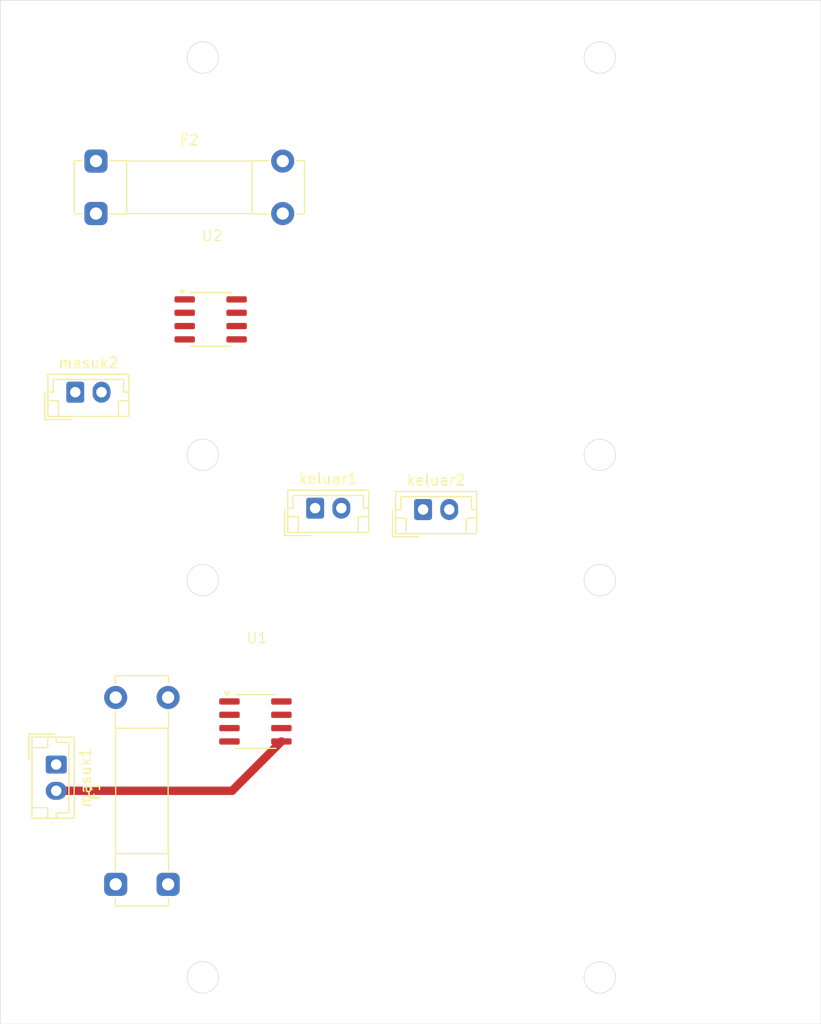
<source format=kicad_pcb>
(kicad_pcb (version 20241229) (generator "pcbnew") (generator_version "9.0")
  (layers (0 "F.Cu" signal) (2 "B.Cu" signal) (13 "F.Paste" user) (15 "B.Paste" user) (5 "F.SilkS" user "F.Silkscreen") (7 "B.SilkS" user "B.Silkscreen") (1 "F.Mask" user) (3 "B.Mask" user) (25 "Edge.Cuts" user))
  (net 0 "")
  (net 1 "Net-(masuk1-Pin_1)")
  (net 2 "GND")
  (net 3 "Net-(U1-S)")
  (net 4 "Net-(U1-D)")
  (net 5 "Net-(masuk2-Pin_1)")
  (net 6 "Net-(U2-S)")
  (net 7 "Net-(U2-D)")
  (footprint "Library:SOIC-8 (AOD)" (layer "F.Cu") (at 69.855 38.693)
    (property "Reference" "U2" (at 0 -0.5 0) (layer "F.SilkS") (effects (font (thickness 0.1))))
    (property "Value" "~")
    (fp_line (start -0.144 4.9) (end -2.094 4.9) (stroke (width 0.12)) (layer "F.SilkS"))
    (fp_line (start -0.144 4.9) (end 1.806 4.9) (stroke (width 0.12)) (layer "F.SilkS"))
    (fp_line (start -0.144 10.02) (end -2.094 10.02) (stroke (width 0.12)) (layer "F.SilkS"))
    (fp_line (start -0.144 10.02) (end 1.806 10.02) (stroke (width 0.12)) (layer "F.SilkS"))
    (fp_poly (pts (xy -2.844 4.995) (xy -3.084 4.665) (xy -2.604 4.665)) (stroke (width 0.12)) (fill yes) (layer "F.SilkS"))
    (pad "1" smd roundrect (at 2.331 5.555) (size 1.95 0.6) (layers "F.Cu" "F.Mask" "F.Paste") (net 7 "Net-(U2-D)"))
    (pad "1" smd roundrect (at 2.331 6.825) (size 1.95 0.6) (layers "F.Cu" "F.Mask" "F.Paste") (net 7 "Net-(U2-D)"))
    (pad "1" smd roundrect (at 2.331 8.095) (size 1.95 0.6) (layers "F.Cu" "F.Mask" "F.Paste" "Dwgs.User") (net 7 "Net-(U2-D)"))
    (pad "1" smd roundrect (at 2.331 9.365) (size 1.95 0.6) (layers "F.Cu" "F.Mask" "F.Paste") (net 7 "Net-(U2-D)"))
    (pad "2" smd roundrect (at -2.619 9.365) (size 1.95 0.6) (layers "F.Cu" "F.Mask" "F.Paste") (net 2 "GND"))
    (pad "3" smd roundrect (at -2.619 5.555) (size 1.95 0.6) (layers "F.Cu" "F.Mask" "F.Paste") (net 6 "Net-(U2-S)"))
    (pad "3" smd roundrect (at -2.619 6.825) (size 1.95 0.6) (layers "F.Cu" "F.Mask" "F.Paste") (net 6 "Net-(U2-S)"))
    (pad "3" smd roundrect (at -2.619 8.095) (size 1.95 0.6) (layers "F.Cu" "F.Mask" "F.Paste") (net 6 "Net-(U2-S)"))
  )
  (footprint "Connector_JST:JST_EH_B2B-EH-A_1x02_P2.50mm_Vertical" (layer "F.Cu") (at 79.669 64.135)
    (property "Reference" "keluar1" (at 1.25 -2.8 0) (layer "F.SilkS"))
    (property "Value" "~" (hide yes))
    (fp_line (start -2.91 0.11) (end -2.91 2.61) (stroke (width 0.12)) (layer "F.SilkS") (net 1))
    (fp_line (start -2.91 2.61) (end -0.41 2.61) (stroke (width 0.12)) (layer "F.SilkS") (net 1))
    (fp_line (start -2.61 -1.71) (end -2.61 2.31) (stroke (width 0.12)) (layer "F.SilkS") (net 1))
    (fp_line (start -2.61 0) (end -2.11 0) (stroke (width 0.12)) (layer "F.SilkS") (net 1))
    (fp_line (start -2.61 0.81) (end -1.61 0.81) (stroke (width 0.12)) (layer "F.SilkS") (net 1))
    (fp_line (start -2.61 2.31) (end 5.11 2.31) (stroke (width 0.12)) (layer "F.SilkS") (net 1))
    (fp_line (start -2.11 -1.21) (end 4.61 -1.21) (stroke (width 0.12)) (layer "F.SilkS") (net 1))
    (fp_line (start -2.11 0) (end -2.11 -1.21) (stroke (width 0.12)) (layer "F.SilkS") (net 1))
    (fp_line (start -1.61 0.81) (end -1.61 2.31) (stroke (width 0.12)) (layer "F.SilkS") (net 1))
    (fp_line (start 4.11 0.81) (end 4.11 2.31) (stroke (width 0.12)) (layer "F.SilkS") (net 1))
    (fp_line (start 4.61 -1.21) (end 4.61 0) (stroke (width 0.12)) (layer "F.SilkS") (net 1))
    (fp_line (start 4.61 0) (end 5.11 0) (stroke (width 0.12)) (layer "F.SilkS") (net 1))
    (fp_line (start 5.11 -1.71) (end -2.61 -1.71) (stroke (width 0.12)) (layer "F.SilkS") (net 1))
    (fp_line (start 5.11 0.81) (end 4.11 0.81) (stroke (width 0.12)) (layer "F.SilkS") (net 1))
    (fp_line (start 5.11 2.31) (end 5.11 -1.71) (stroke (width 0.12)) (layer "F.SilkS") (net 1))
    (pad "1" thru_hole roundrect (at 0 0) (size 1.7 2) (drill 1) (layers "*.Cu" "*.Mask") (roundrect_rratio 0.147059) (net 3 "Net-(U1-S)"))
    (pad "2" thru_hole oval (at 2.5 0) (size 1.7 2) (drill 1) (layers "*.Cu" "*.Mask") (net 2 "GND"))
  )
  (footprint "Fuse:Fuseholder_Clip-5x20mm_Bel_FC-203-22_Lateral_P17.80x5.00mm_D1.17mm_Horizontal" (layer "F.Cu") (at 60.659 99.969 90)
    (property "Reference" "F1" (at 8.9 -2 90) (layer "F.SilkS"))
    (property "Value" "Fuse")
    (fp_line (start 19.87 -0.04) (end 19.87 5.04) (stroke (width 0.12)) (layer "F.SilkS"))
    (fp_line (start 19.1 -0.04) (end 19.87 -0.04) (stroke (width 0.12)) (layer "F.SilkS"))
    (fp_line (start 16.5 -0.04) (end 14.87 -0.04) (stroke (width 0.12)) (layer "F.SilkS"))
    (fp_line (start 14.87 -0.04) (end 14.87 5.04) (stroke (width 0.12)) (layer "F.SilkS"))
    (fp_line (start 2.93 -0.04) (end 1.3 -0.04) (stroke (width 0.12)) (layer "F.SilkS"))
    (fp_line (start 2.93 -0.04) (end 2.93 5.04) (stroke (width 0.12)) (layer "F.SilkS"))
    (fp_line (start -1.3 -0.04) (end -2.07 -0.04) (stroke (width 0.12)) (layer "F.SilkS"))
    (fp_line (start 14.87 0) (end 2.93 0) (stroke (width 0.12)) (layer "F.SilkS"))
    (fp_line (start 14.87 5) (end 2.93 5) (stroke (width 0.12)) (layer "F.SilkS"))
    (fp_line (start 19.1 5.04) (end 19.87 5.04) (stroke (width 0.12)) (layer "F.SilkS"))
    (fp_line (start 16.5 5.04) (end 14.87 5.04) (stroke (width 0.12)) (layer "F.SilkS"))
    (fp_line (start 2.93 5.04) (end 1.3 5.04) (stroke (width 0.12)) (layer "F.SilkS"))
    (fp_line (start -1.3 5.04) (end -2.07 5.04) (stroke (width 0.12)) (layer "F.SilkS"))
    (fp_line (start -2.07 5.04) (end -2.07 -0.04) (stroke (width 0.12)) (layer "F.SilkS"))
    (pad "1" thru_hole roundrect (at 0 0 90) (size 2.2 2.2) (drill 1.17) (layers "*.Cu" "*.Mask") (net 1 "Net-(masuk1-Pin_1)"))
    (pad "1" thru_hole roundrect (at 0 5 90) (size 2.2 2.2) (drill 1.17) (layers "*.Cu" "*.Mask") (net 1 "Net-(masuk1-Pin_1)"))
    (pad "2" thru_hole circle (at 17.8 0 90) (size 2.2 2.2) (drill 1.17) (layers "*.Cu" "*.Mask") (net 2 "GND"))
    (pad "2" thru_hole circle (at 17.8 5 90) (size 2.2 2.2) (drill 1.17) (layers "*.Cu" "*.Mask") (net 2 "GND"))
  )
  (footprint "Connector_JST:JST_EH_B2B-EH-A_1x02_P2.50mm_Vertical" (layer "F.Cu") (at 89.956 64.262)
    (property "Reference" "keluar2" (at 1.25 -2.8 0) (layer "F.SilkS"))
    (property "Value" "~")
    (fp_line (start -2.91 0.11) (end -2.91 2.61) (stroke (width 0.12)) (layer "F.SilkS"))
    (fp_line (start -2.91 2.61) (end -0.41 2.61) (stroke (width 0.12)) (layer "F.SilkS"))
    (fp_line (start -2.61 -1.71) (end -2.61 2.31) (stroke (width 0.12)) (layer "F.SilkS"))
    (fp_line (start -2.61 0) (end -2.11 0) (stroke (width 0.12)) (layer "F.SilkS"))
    (fp_line (start -2.61 0.81) (end -1.61 0.81) (stroke (width 0.12)) (layer "F.SilkS"))
    (fp_line (start -2.61 2.31) (end 5.11 2.31) (stroke (width 0.12)) (layer "F.SilkS"))
    (fp_line (start -2.11 -1.21) (end 4.61 -1.21) (stroke (width 0.12)) (layer "F.SilkS"))
    (fp_line (start -2.11 0) (end -2.11 -1.21) (stroke (width 0.12)) (layer "F.SilkS"))
    (fp_line (start -1.61 0.81) (end -1.61 2.31) (stroke (width 0.12)) (layer "F.SilkS"))
    (fp_line (start 4.11 0.81) (end 4.11 2.31) (stroke (width 0.12)) (layer "F.SilkS"))
    (fp_line (start 4.61 -1.21) (end 4.61 0) (stroke (width 0.12)) (layer "F.SilkS"))
    (fp_line (start 4.61 0) (end 5.11 0) (stroke (width 0.12)) (layer "F.SilkS"))
    (fp_line (start 5.11 -1.71) (end -2.61 -1.71) (stroke (width 0.12)) (layer "F.SilkS"))
    (fp_line (start 5.11 0.81) (end 4.11 0.81) (stroke (width 0.12)) (layer "F.SilkS"))
    (fp_line (start 5.11 2.31) (end 5.11 -1.71) (stroke (width 0.12)) (layer "F.SilkS"))
    (pad "1" thru_hole roundrect (at 0 0) (size 1.7 2) (drill 1) (layers "*.Cu" "*.Mask") (roundrect_rratio 0.147059) (net 6 "Net-(U2-S)"))
    (pad "2" thru_hole oval (at 2.5 0) (size 1.7 2) (drill 1) (layers "*.Cu" "*.Mask") (net 2 "GND"))
  )
  (footprint "Fuse:Fuseholder_Clip-5x20mm_Bel_FC-203-22_Lateral_P17.80x5.00mm_D1.17mm_Horizontal" (layer "F.Cu") (at 58.781 31.068)
    (property "Reference" "F2" (at 8.9 -2 0) (layer "F.SilkS"))
    (property "Value" "Fuse")
    (fp_line (start -2.07 5.04) (end -2.07 -0.04) (stroke (width 0.12)) (layer "F.SilkS"))
    (fp_line (start -1.3 -0.04) (end -2.07 -0.04) (stroke (width 0.12)) (layer "F.SilkS"))
    (fp_line (start -1.3 5.04) (end -2.07 5.04) (stroke (width 0.12)) (layer "F.SilkS"))
    (fp_line (start 2.93 -0.04) (end 1.3 -0.04) (stroke (width 0.12)) (layer "F.SilkS"))
    (fp_line (start 2.93 -0.04) (end 2.93 5.04) (stroke (width 0.12)) (layer "F.SilkS"))
    (fp_line (start 2.93 5.04) (end 1.3 5.04) (stroke (width 0.12)) (layer "F.SilkS"))
    (fp_line (start 14.87 -0.04) (end 14.87 5.04) (stroke (width 0.12)) (layer "F.SilkS"))
    (fp_line (start 14.87 0) (end 2.93 0) (stroke (width 0.12)) (layer "F.SilkS"))
    (fp_line (start 14.87 5) (end 2.93 5) (stroke (width 0.12)) (layer "F.SilkS"))
    (fp_line (start 16.5 -0.04) (end 14.87 -0.04) (stroke (width 0.12)) (layer "F.SilkS"))
    (fp_line (start 16.5 5.04) (end 14.87 5.04) (stroke (width 0.12)) (layer "F.SilkS"))
    (fp_line (start 19.1 -0.04) (end 19.87 -0.04) (stroke (width 0.12)) (layer "F.SilkS"))
    (fp_line (start 19.1 5.04) (end 19.87 5.04) (stroke (width 0.12)) (layer "F.SilkS"))
    (fp_line (start 19.87 -0.04) (end 19.87 5.04) (stroke (width 0.12)) (layer "F.SilkS"))
    (pad "1" thru_hole roundrect (at 0 0) (size 2.2 2.2) (drill 1.17) (layers "*.Cu" "*.Mask") (net 5 "Net-(masuk2-Pin_1)"))
    (pad "1" thru_hole roundrect (at 0 5) (size 2.2 2.2) (drill 1.17) (layers "*.Cu" "*.Mask") (net 5 "Net-(masuk2-Pin_1)"))
    (pad "2" thru_hole circle (at 17.8 0) (size 2.2 2.2) (drill 1.17) (layers "*.Cu" "*.Mask") (net 2 "GND"))
    (pad "2" thru_hole circle (at 17.8 5) (size 2.2 2.2) (drill 1.17) (layers "*.Cu" "*.Mask") (net 2 "GND"))
  )
  (footprint "Connector_JST:JST_EH_B2B-EH-A_1x02_P2.50mm_Vertical" (layer "F.Cu") (at 54.991 88.559 -90)
    (property "Reference" "masuk1" (at 1.25 -2.8 90) (layer "F.SilkS"))
    (property "Value" "~")
    (fp_line (start -2.91 2.61) (end -0.41 2.61) (stroke (width 0.12)) (layer "F.SilkS"))
    (fp_line (start -2.61 2.31) (end 5.11 2.31) (stroke (width 0.12)) (layer "F.SilkS"))
    (fp_line (start 5.11 2.31) (end 5.11 -1.71) (stroke (width 0.12)) (layer "F.SilkS"))
    (fp_line (start -2.61 0.81) (end -1.61 0.81) (stroke (width 0.12)) (layer "F.SilkS"))
    (fp_line (start -1.61 0.81) (end -1.61 2.31) (stroke (width 0.12)) (layer "F.SilkS"))
    (fp_line (start 4.11 0.81) (end 4.11 2.31) (stroke (width 0.12)) (layer "F.SilkS"))
    (fp_line (start 5.11 0.81) (end 4.11 0.81) (stroke (width 0.12)) (layer "F.SilkS"))
    (fp_line (start -2.91 0.11) (end -2.91 2.61) (stroke (width 0.12)) (layer "F.SilkS"))
    (fp_line (start -2.61 0) (end -2.11 0) (stroke (width 0.12)) (layer "F.SilkS"))
    (fp_line (start -2.11 0) (end -2.11 -1.21) (stroke (width 0.12)) (layer "F.SilkS"))
    (fp_line (start 4.61 0) (end 5.11 0) (stroke (width 0.12)) (layer "F.SilkS"))
    (fp_line (start -2.11 -1.21) (end 4.61 -1.21) (stroke (width 0.12)) (layer "F.SilkS"))
    (fp_line (start 4.61 -1.21) (end 4.61 0) (stroke (width 0.12)) (layer "F.SilkS"))
    (fp_line (start -2.61 -1.71) (end -2.61 2.31) (stroke (width 0.12)) (layer "F.SilkS"))
    (fp_line (start 5.11 -1.71) (end -2.61 -1.71) (stroke (width 0.12)) (layer "F.SilkS"))
    (pad "1" thru_hole roundrect (at 0 0 270) (size 1.7 2) (drill 1) (layers "*.Cu" "*.Mask") (roundrect_rratio 0.147059) (net 1 "Net-(masuk1-Pin_1)"))
    (pad "2" thru_hole oval (at 2.5 0 270) (size 1.7 2) (drill 1) (layers "*.Cu" "*.Mask") (net 4 "Net-(U1-D)"))
  )
  (footprint "Library:SOIC-8 (AOD)" (layer "F.Cu") (at 74.123 76.995)
    (property "Reference" "U1" (at 0 -0.5 0) (layer "F.SilkS") (effects (font (thickness 0.1))))
    (property "Value" "~")
    (fp_line (start -0.144 4.9) (end -2.094 4.9) (stroke (width 0.12)) (layer "F.SilkS"))
    (fp_line (start -0.144 4.9) (end 1.806 4.9) (stroke (width 0.12)) (layer "F.SilkS"))
    (fp_line (start -0.144 10.02) (end -2.094 10.02) (stroke (width 0.12)) (layer "F.SilkS"))
    (fp_line (start -0.144 10.02) (end 1.806 10.02) (stroke (width 0.12)) (layer "F.SilkS"))
    (fp_poly (pts (xy -2.844 4.995) (xy -3.084 4.665) (xy -2.604 4.665)) (stroke (width 0.12)) (fill yes) (layer "F.SilkS"))
    (pad "1" smd roundrect (at 2.331 5.555) (size 1.95 0.6) (layers "F.Cu" "F.Mask" "F.Paste") (net 4 "Net-(U1-D)"))
    (pad "1" smd roundrect (at 2.331 6.825) (size 1.95 0.6) (layers "F.Cu" "F.Mask" "F.Paste") (net 4 "Net-(U1-D)"))
    (pad "1" smd roundrect (at 2.331 8.095) (size 1.95 0.6) (layers "F.Cu" "F.Mask" "F.Paste" "Dwgs.User") (net 4 "Net-(U1-D)"))
    (pad "1" smd roundrect (at 2.331 9.365) (size 1.95 0.6) (layers "F.Cu" "F.Mask" "F.Paste") (net 4 "Net-(U1-D)"))
    (pad "2" smd roundrect (at -2.619 9.365) (size 1.95 0.6) (layers "F.Cu" "F.Mask" "F.Paste") (net 2 "GND"))
    (pad "3" smd roundrect (at -2.619 5.555) (size 1.95 0.6) (layers "F.Cu" "F.Mask" "F.Paste") (net 3 "Net-(U1-S)"))
    (pad "3" smd roundrect (at -2.619 6.825) (size 1.95 0.6) (layers "F.Cu" "F.Mask" "F.Paste") (net 3 "Net-(U1-S)"))
    (pad "3" smd roundrect (at -2.619 8.095) (size 1.95 0.6) (layers "F.Cu" "F.Mask" "F.Paste") (net 3 "Net-(U1-S)"))
  )
  (footprint "Connector_JST:JST_EH_B2B-EH-A_1x02_P2.50mm_Vertical" (layer "F.Cu") (at 56.809 53.086)
    (property "Reference" "masuk2" (at 1.25 -2.8 0) (layer "F.SilkS"))
    (property "Value" "~")
    (fp_line (start -2.91 0.11) (end -2.91 2.61) (stroke (width 0.12)) (layer "F.SilkS"))
    (fp_line (start -2.91 2.61) (end -0.41 2.61) (stroke (width 0.12)) (layer "F.SilkS"))
    (fp_line (start -2.61 -1.71) (end -2.61 2.31) (stroke (width 0.12)) (layer "F.SilkS"))
    (fp_line (start -2.61 0) (end -2.11 0) (stroke (width 0.12)) (layer "F.SilkS"))
    (fp_line (start -2.61 0.81) (end -1.61 0.81) (stroke (width 0.12)) (layer "F.SilkS"))
    (fp_line (start -2.61 2.31) (end 5.11 2.31) (stroke (width 0.12)) (layer "F.SilkS"))
    (fp_line (start -2.11 -1.21) (end 4.61 -1.21) (stroke (width 0.12)) (layer "F.SilkS"))
    (fp_line (start -2.11 0) (end -2.11 -1.21) (stroke (width 0.12)) (layer "F.SilkS"))
    (fp_line (start -1.61 0.81) (end -1.61 2.31) (stroke (width 0.12)) (layer "F.SilkS"))
    (fp_line (start 4.11 0.81) (end 4.11 2.31) (stroke (width 0.12)) (layer "F.SilkS"))
    (fp_line (start 4.61 -1.21) (end 4.61 0) (stroke (width 0.12)) (layer "F.SilkS"))
    (fp_line (start 4.61 0) (end 5.11 0) (stroke (width 0.12)) (layer "F.SilkS"))
    (fp_line (start 5.11 -1.71) (end -2.61 -1.71) (stroke (width 0.12)) (layer "F.SilkS"))
    (fp_line (start 5.11 0.81) (end 4.11 0.81) (stroke (width 0.12)) (layer "F.SilkS"))
    (fp_line (start 5.11 2.31) (end 5.11 -1.71) (stroke (width 0.12)) (layer "F.SilkS"))
    (pad "1" thru_hole roundrect (at 0 0) (size 1.7 2) (drill 1) (layers "*.Cu" "*.Mask") (roundrect_rratio 0.147059) (net 5 "Net-(masuk2-Pin_1)"))
    (pad "2" thru_hole oval (at 2.5 0) (size 1.7 2) (drill 1) (layers "*.Cu" "*.Mask") (net 7 "Net-(U2-D)"))
  )
  (gr_circle (center 106.807 59.055) (end 108.307 59.055) (stroke (width 0.05)) (fill no) (layer "Edge.Cuts"))
  (gr_circle (center 68.961 59.055) (end 70.461 59.055) (stroke (width 0.05)) (fill no) (layer "Edge.Cuts"))
  (gr_circle (center 106.807 108.839) (end 108.307 108.839) (stroke (width 0.05)) (fill no) (layer "Edge.Cuts"))
  (gr_circle (center 106.807 21.209) (end 108.307 21.209) (stroke (width 0.05)) (fill no) (layer "Edge.Cuts"))
  (gr_circle (center 106.807 70.993) (end 108.307 70.993) (stroke (width 0.05)) (fill no) (layer "Edge.Cuts"))
  (gr_circle (center 68.961 21.209) (end 70.461 21.209) (stroke (width 0.05)) (fill no) (layer "Edge.Cuts"))
  (gr_rect (start 49.657 15.748) (end 127.889 113.284) (stroke (width 0.05)) (fill no) (layer "Edge.Cuts"))
  (gr_circle (center 68.961 108.839) (end 70.461 108.839) (stroke (width 0.05)) (fill no) (layer "Edge.Cuts"))
  (gr_circle (center 68.961 70.993) (end 70.461 70.993) (stroke (width 0.05)) (fill no) (layer "Edge.Cuts"))
  (segment (start 71.755 91.059) (end 76.454 86.36) (width 0.8) (layer "F.Cu") (net 4))
  (segment (start 54.991 91.059) (end 71.755 91.059) (width 0.8) (layer "F.Cu") (net 4))
)
</source>
